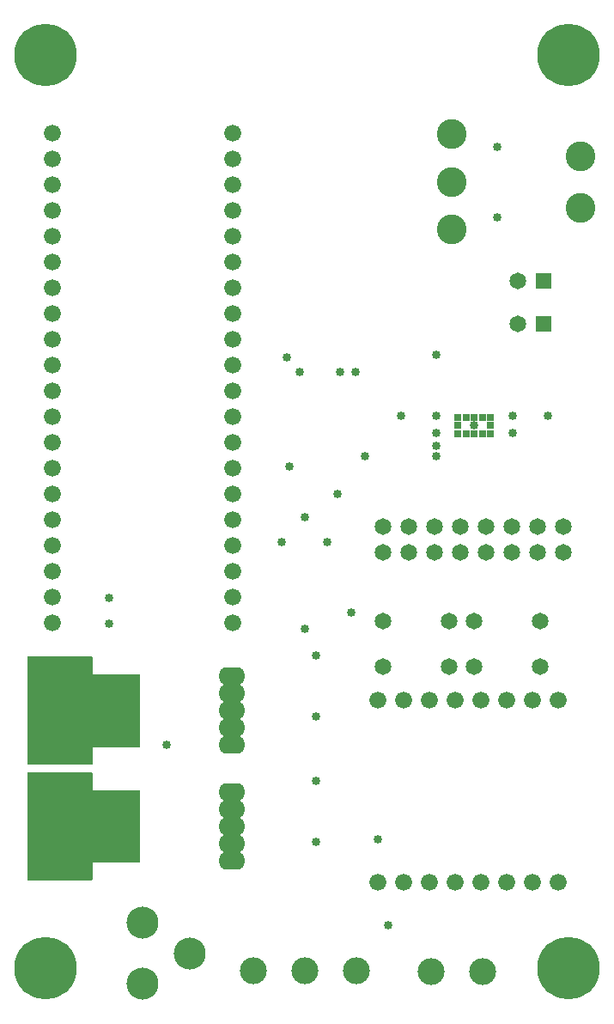
<source format=gbr>
%TF.GenerationSoftware,Altium Limited,Altium Designer,25.2.1 (25)*%
G04 Layer_Color=8388736*
%FSLAX43Y43*%
%MOMM*%
%TF.SameCoordinates,F457C3C9-6880-4064-B818-50B76E06CF19*%
%TF.FilePolarity,Negative*%
%TF.FileFunction,Soldermask,Top*%
%TF.Part,Single*%
G01*
G75*
%TA.AperFunction,BGAPad,CuDef*%
%ADD42R,0.650X0.650*%
%TA.AperFunction,ComponentPad*%
%ADD43C,2.650*%
%ADD44C,5.150*%
%ADD45O,2.650X1.750*%
%ADD46C,1.650*%
%ADD47C,3.150*%
%ADD48C,1.674*%
%ADD49C,6.150*%
%ADD50R,1.650X1.650*%
%ADD51C,2.925*%
%TA.AperFunction,ViaPad*%
%ADD52C,0.850*%
G36*
X9026Y23824D02*
X9037Y23822D01*
X9048Y23817D01*
X9058Y23811D01*
X9067Y23803D01*
X9075Y23794D01*
X9081Y23784D01*
X9086Y23773D01*
X9088Y23762D01*
X9089Y23750D01*
Y22075D01*
X13739D01*
X13751Y22074D01*
X13762Y22072D01*
X13773Y22067D01*
X13783Y22061D01*
X13792Y22053D01*
X13800Y22044D01*
X13806Y22034D01*
X13811Y22023D01*
X13813Y22012D01*
X13814Y22000D01*
Y15000D01*
X13813Y14988D01*
X13811Y14977D01*
X13806Y14966D01*
X13800Y14956D01*
X13792Y14947D01*
X13783Y14939D01*
X13773Y14933D01*
X13762Y14928D01*
X13751Y14926D01*
X13739Y14925D01*
X9089D01*
Y13250D01*
X9088Y13238D01*
X9086Y13227D01*
X9081Y13216D01*
X9075Y13206D01*
X9067Y13197D01*
X9058Y13189D01*
X9048Y13183D01*
X9037Y13178D01*
X9026Y13176D01*
X9014Y13175D01*
X2739D01*
X2727Y13176D01*
X2716Y13178D01*
X2705Y13183D01*
X2695Y13189D01*
X2686Y13197D01*
X2678Y13206D01*
X2672Y13216D01*
X2668Y13227D01*
X2665Y13238D01*
X2664Y13250D01*
Y23750D01*
X2665Y23762D01*
X2668Y23773D01*
X2672Y23784D01*
X2678Y23794D01*
X2686Y23803D01*
X2695Y23811D01*
X2705Y23817D01*
X2716Y23822D01*
X2727Y23824D01*
X2739Y23825D01*
X9014D01*
X9026Y23824D01*
D02*
G37*
G36*
Y35224D02*
X9037Y35222D01*
X9048Y35217D01*
X9058Y35211D01*
X9067Y35203D01*
X9075Y35194D01*
X9081Y35184D01*
X9086Y35173D01*
X9088Y35162D01*
X9089Y35150D01*
Y33475D01*
X13739D01*
X13751Y33474D01*
X13762Y33472D01*
X13773Y33467D01*
X13783Y33461D01*
X13792Y33453D01*
X13800Y33444D01*
X13806Y33434D01*
X13811Y33423D01*
X13813Y33412D01*
X13814Y33400D01*
Y26400D01*
X13813Y26388D01*
X13811Y26377D01*
X13806Y26366D01*
X13800Y26356D01*
X13792Y26347D01*
X13783Y26339D01*
X13773Y26333D01*
X13762Y26328D01*
X13751Y26326D01*
X13739Y26325D01*
X9089D01*
Y24650D01*
X9088Y24638D01*
X9086Y24627D01*
X9081Y24616D01*
X9075Y24606D01*
X9067Y24597D01*
X9058Y24589D01*
X9048Y24583D01*
X9037Y24578D01*
X9026Y24576D01*
X9014Y24575D01*
X2739D01*
X2727Y24576D01*
X2716Y24578D01*
X2705Y24583D01*
X2695Y24589D01*
X2686Y24597D01*
X2678Y24606D01*
X2672Y24616D01*
X2668Y24627D01*
X2665Y24638D01*
X2664Y24650D01*
Y35150D01*
X2665Y35162D01*
X2668Y35173D01*
X2672Y35184D01*
X2678Y35194D01*
X2686Y35203D01*
X2695Y35211D01*
X2705Y35217D01*
X2716Y35222D01*
X2727Y35224D01*
X2739Y35225D01*
X9014D01*
X9026Y35224D01*
D02*
G37*
D42*
X45150Y58000D02*
D03*
Y57200D02*
D03*
X45950D02*
D03*
X46750D02*
D03*
X47550D02*
D03*
X48350D02*
D03*
Y58000D02*
D03*
Y58800D02*
D03*
X47550D02*
D03*
X46750D02*
D03*
X45950D02*
D03*
X45150D02*
D03*
D43*
X47580Y4200D02*
D03*
X42500D02*
D03*
X24920Y4300D02*
D03*
X30000D02*
D03*
X35080D02*
D03*
D44*
X5438Y18500D02*
D03*
Y29900D02*
D03*
D45*
X22812Y15100D02*
D03*
Y16800D02*
D03*
Y20200D02*
D03*
Y21900D02*
D03*
Y18500D02*
D03*
Y26500D02*
D03*
Y28200D02*
D03*
Y31600D02*
D03*
Y33300D02*
D03*
Y29900D02*
D03*
D46*
X52990Y45500D02*
D03*
X55530D02*
D03*
X47910Y45500D02*
D03*
X50450D02*
D03*
X42830D02*
D03*
X45370D02*
D03*
X37750D02*
D03*
X40290D02*
D03*
X47910Y48040D02*
D03*
X45370Y48040D02*
D03*
X42830Y48040D02*
D03*
X40290D02*
D03*
X37750D02*
D03*
X50450Y48040D02*
D03*
X55530D02*
D03*
X52990D02*
D03*
X51000Y68000D02*
D03*
X53250Y34250D02*
D03*
X46750D02*
D03*
X53250Y38750D02*
D03*
X46750D02*
D03*
X37750D02*
D03*
X44250D02*
D03*
X37750Y34250D02*
D03*
X44250D02*
D03*
X51000Y72250D02*
D03*
D47*
X14000Y3000D02*
D03*
Y9000D02*
D03*
X18700Y6000D02*
D03*
D48*
X37220Y30980D02*
D03*
X39760D02*
D03*
X42300D02*
D03*
X44840D02*
D03*
X47380D02*
D03*
X49920D02*
D03*
X52460D02*
D03*
X55000D02*
D03*
X37220Y13000D02*
D03*
X39760D02*
D03*
X42300D02*
D03*
X44840D02*
D03*
X47380D02*
D03*
X49920D02*
D03*
X52460D02*
D03*
X55000D02*
D03*
X22890Y38590D02*
D03*
Y41130D02*
D03*
Y43670D02*
D03*
Y46210D02*
D03*
Y48750D02*
D03*
Y51290D02*
D03*
Y53830D02*
D03*
Y56370D02*
D03*
Y58910D02*
D03*
Y61450D02*
D03*
Y63990D02*
D03*
Y66530D02*
D03*
Y69070D02*
D03*
Y71610D02*
D03*
Y74150D02*
D03*
Y76690D02*
D03*
Y79230D02*
D03*
Y81770D02*
D03*
Y84310D02*
D03*
Y86850D02*
D03*
X5110D02*
D03*
Y84310D02*
D03*
Y81770D02*
D03*
Y79230D02*
D03*
Y76690D02*
D03*
Y74150D02*
D03*
Y71610D02*
D03*
Y69070D02*
D03*
Y66530D02*
D03*
Y63990D02*
D03*
Y61450D02*
D03*
Y58910D02*
D03*
Y56370D02*
D03*
Y53830D02*
D03*
Y51290D02*
D03*
Y48750D02*
D03*
Y46210D02*
D03*
Y43670D02*
D03*
Y41130D02*
D03*
Y38590D02*
D03*
D49*
X4500Y94500D02*
D03*
X56000D02*
D03*
X4500Y4500D02*
D03*
X56000D02*
D03*
D50*
X53540Y68000D02*
D03*
Y72250D02*
D03*
D51*
X57200Y79460D02*
D03*
Y84540D02*
D03*
X44500Y77300D02*
D03*
Y82000D02*
D03*
Y86700D02*
D03*
D52*
X49000Y85500D02*
D03*
Y78500D02*
D03*
X43000Y65000D02*
D03*
X31150Y29350D02*
D03*
Y35350D02*
D03*
Y16950D02*
D03*
Y22950D02*
D03*
X28250Y64750D02*
D03*
X35000Y63250D02*
D03*
X36000Y55000D02*
D03*
X30000Y49000D02*
D03*
X32250Y46500D02*
D03*
X27750D02*
D03*
X33250Y51250D02*
D03*
X33500Y63250D02*
D03*
X29500D02*
D03*
X28500Y54000D02*
D03*
X10750Y41000D02*
D03*
Y38500D02*
D03*
X38250Y8750D02*
D03*
X37250Y17250D02*
D03*
X46750Y58000D02*
D03*
X54000Y59000D02*
D03*
X39500D02*
D03*
X43000Y55000D02*
D03*
Y56000D02*
D03*
X50500Y59000D02*
D03*
X43000D02*
D03*
Y57250D02*
D03*
X50500D02*
D03*
X16438Y26500D02*
D03*
X30000Y38000D02*
D03*
X34650Y39600D02*
D03*
%TF.MD5,66e3b27cad5f378ad2206f0dca02e40f*%
M02*

</source>
